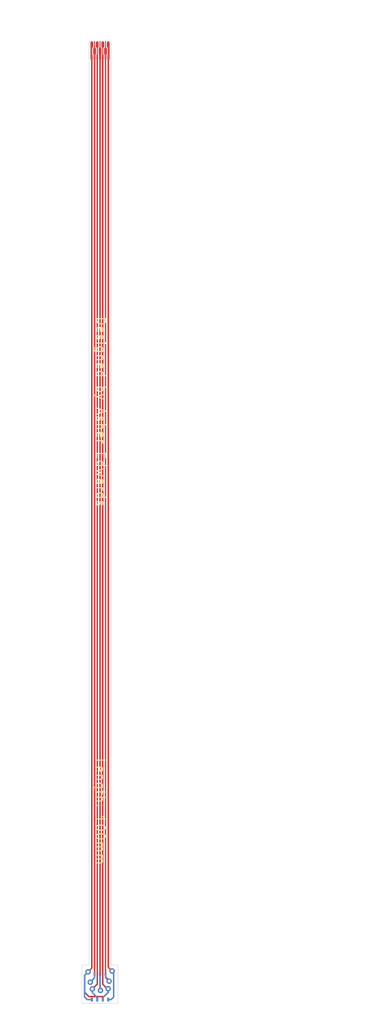
<source format=kicad_pcb>
(kicad_pcb (version 20241229) (generator "pcbnew") (generator_version "9.0")
  (title_block (date "2025-11-16") (rev "V1") (comment 1 "Licensed under CERN-OHL-S v2") (comment 2 "Author: Asher Edwards"))
  (layers (0 "F.Cu" signal) (2 "B.Cu" signal) (13 "F.Paste" user) (15 "B.Paste" user) (5 "F.SilkS" user "F.Silkscreen") (7 "B.SilkS" user "B.Silkscreen") (1 "F.Mask" user) (3 "B.Mask" user) (25 "Edge.Cuts" user))
  (net 0 "")
  (net 1 "GND")
  (net 2 "+3V3")
  (net 3 "/MOSI")
  (net 4 "/MISO")
  (net 5 "/CS")
  (net 6 "/SCK")
  (footprint "custom_testpoints:7pin_fpc_contact_0.3mmptich" (layer "F.Cu") (at 152.8 30.2)
    (property "Reference" "J1" (hide yes))
    (property "Value" "FPC contacts 0.3mm")
    (pad "1" connect custom (at -0.9 -0.1) (size 0.1 2) (layers "F.Cu" "F.Mask") (net 1 "GND") (clearance 0.05) (options (clearance outline) (anchor rect)) (primitives (gr_poly (pts (xy -0.1 0.55) (xy -0.05 0.45) (xy 0.05 0.45) (xy 0.1 0.55) (xy 0.1 1) (xy -0.1 1)) (width 0) (fill yes)) (gr_poly (pts (xy -0.15 -0.35) (xy -0.15 1) (xy -0.05 1) (xy -0.05 -0.25)) (width 0) (fill yes)) (gr_poly (pts (xy -0.15 -0.88) (xy -0.12 -0.89) (xy -0.08 -0.91) (xy -0.06 -0.94) (xy -0.05 -0.97) (xy -0.05 -1) (xy 0.05 -1) (xy 0.05 -0.97) (xy 0.06 -0.94) (xy 0.08 -0.91) (xy 0.12 -0.89) (xy 0.15 -0.88) (xy 0.15 -0.35) (xy 0.05 -0.25) (xy -0.05 -0.25) (xy -0.15 -0.35)) (width 0) (fill yes))))
    (pad "2" connect custom (at -0.6 -0.1) (size 0.1 2) (layers "F.Cu" "F.Mask") (net 3 "/MOSI") (clearance 0.05) (options (clearance outline) (anchor rect)) (primitives (gr_poly (pts (xy -0.1 0.45) (xy 0.1 0.45) (xy 0.1 1) (xy -0.1 1)) (width 0) (fill yes)) (gr_poly (pts (xy -0.15 -0.2) (xy -0.05 -0.3) (xy 0.05 -0.3) (xy 0.15 -0.2) (xy 0.15 0.4) (xy 0.1 0.5) (xy -0.1 0.5) (xy -0.15 0.4)) (width 0) (fill yes))))
    (pad "3" connect custom (at -0.3 -0.1) (size 0.1 2) (layers "F.Cu" "F.Mask") (net 5 "/CS") (clearance 0.05) (options (clearance outline) (anchor rect)) (primitives (gr_poly (pts (xy -0.15 -0.88) (xy -0.12 -0.89) (xy -0.08 -0.91) (xy -0.06 -0.94) (xy -0.05 -0.97) (xy -0.05 -1) (xy 0.05 -1) (xy 0.05 -0.97) (xy 0.06 -0.94) (xy 0.08 -0.91) (xy 0.12 -0.89) (xy 0.15 -0.88) (xy 0.15 -0.35) (xy 0.05 -0.25) (xy -0.05 -0.25) (xy -0.15 -0.35)) (width 0) (fill yes)) (gr_poly (pts (xy -0.1 0.55) (xy -0.05 0.45) (xy 0.05 0.45) (xy 0.1 0.55) (xy 0.1 1) (xy -0.1 1)) (width 0) (fill yes))))
    (pad "4" connect custom (at 0 -0.1) (size 0.1 2) (layers "F.Cu" "F.Mask") (net 4 "/MISO") (clearance 0.05) (options (clearance outline) (anchor rect)) (primitives (gr_poly (pts (xy -0.15 -0.2) (xy -0.05 -0.3) (xy 0.05 -0.3) (xy 0.15 -0.2) (xy 0.15 0.4) (xy 0.1 0.5) (xy -0.1 0.5) (xy -0.15 0.4)) (width 0) (fill yes)) (gr_poly (pts (xy -0.1 0.45) (xy 0.1 0.45) (xy 0.1 1) (xy -0.1 1)) (width 0) (fill yes))))
    (pad "5" connect custom (at 0.3 -0.1) (size 0.1 2) (layers "F.Cu" "F.Mask") (net 1 "GND") (clearance 0.05) (options (clearance outline) (anchor rect)) (primitives (gr_poly (pts (xy -0.15 -0.88) (xy -0.12 -0.89) (xy -0.08 -0.91) (xy -0.06 -0.94) (xy -0.05 -0.97) (xy -0.05 -1) (xy 0.05 -1) (xy 0.05 -0.97) (xy 0.06 -0.94) (xy 0.08 -0.91) (xy 0.12 -0.89) (xy 0.15 -0.88) (xy 0.15 -0.35) (xy 0.05 -0.25) (xy -0.05 -0.25) (xy -0.15 -0.35)) (width 0) (fill yes)) (gr_poly (pts (xy -0.1 0.55) (xy -0.05 0.45) (xy 0.05 0.45) (xy 0.1 0.55) (xy 0.1 1) (xy -0.1 1)) (width 0) (fill yes))))
    (pad "6" connect custom (at 0.6 -0.1) (size 0.1 2) (layers "F.Cu" "F.Mask") (net 6 "/SCK") (clearance 0.05) (options (clearance outline) (anchor rect)) (primitives (gr_poly (pts (xy -0.15 -0.2) (xy -0.05 -0.3) (xy 0.05 -0.3) (xy 0.15 -0.2) (xy 0.15 0.4) (xy 0.1 0.5) (xy -0.1 0.5) (xy -0.15 0.4)) (width 0) (fill yes)) (gr_poly (pts (xy -0.1 0.45) (xy 0.1 0.45) (xy 0.1 1) (xy -0.1 1)) (width 0) (fill yes))))
    (pad "7" connect custom (at 0.9 -0.1) (size 0.1 2) (layers "F.Cu" "F.Mask") (net 2 "+3V3") (clearance 0.05) (options (clearance outline) (anchor rect)) (primitives (gr_poly (pts (xy -0.1 0.55) (xy -0.05 0.45) (xy 0.05 0.45) (xy 0.1 0.55) (xy 0.1 1) (xy -0.1 1)) (width 0) (fill yes)) (gr_poly (pts (xy 0.15 -0.35) (xy 0.15 1) (xy 0.05 1) (xy 0.05 -0.25)) (width 0) (fill yes)) (gr_poly (pts (xy -0.15 -0.88) (xy -0.12 -0.89) (xy -0.08 -0.91) (xy -0.06 -0.94) (xy -0.05 -0.97) (xy -0.05 -1) (xy 0.05 -1) (xy 0.05 -0.97) (xy 0.06 -0.94) (xy 0.08 -0.91) (xy 0.12 -0.89) (xy 0.15 -0.88) (xy 0.15 -0.35) (xy 0.05 -0.25) (xy -0.05 -0.25) (xy -0.15 -0.35)) (width 0) (fill yes))))
  )
  (footprint "custom_Connector:fpc_7pin_0.3mm_connector Aces" (layer "B.Cu") (at 152.8 132.54 180)
    (property "Reference" "J2" (hide yes))
    (property "Value" "FPC 0.3mm Aces 51688-0070M")
    (pad "1" smd rect (at -0.9 -1.29 180) (size 0.23 0.44) (layers "B.Cu" "B.Mask") (net 2 "+3V3"))
    (pad "2" smd rect (at -0.6 1.47 180) (size 0.23 0.34) (layers "B.Cu" "B.Mask") (net 6 "/SCK"))
    (pad "3" smd rect (at -0.3 -1.29 180) (size 0.23 0.44) (layers "B.Cu" "B.Mask") (net 1 "GND"))
    (pad "4" smd rect (at 0 1.47 180) (size 0.23 0.34) (layers "B.Cu" "B.Mask") (net 4 "/MISO"))
    (pad "5" smd rect (at 0.3 -1.29 180) (size 0.23 0.44) (layers "B.Cu" "B.Mask") (net 5 "/CS"))
    (pad "6" smd rect (at 0.6 1.47 180) (size 0.23 0.34) (layers "B.Cu" "B.Mask") (net 3 "/MOSI"))
    (pad "7" smd rect (at 0.9 -1.29 180) (size 0.23 0.44) (layers "B.Cu" "B.Mask") (net 1 "GND"))
  )
  (gr_line (start 154 29.1) (end 151.6 29.1) (stroke (width 0.05)) (layer "Edge.Cuts"))
  (gr_line (start 154.76 130.06) (end 154.76 134.25) (stroke (width 0.05)) (layer "Edge.Cuts"))
  (gr_line (start 154 29.1) (end 154 130.06) (stroke (width 0.05)) (layer "Edge.Cuts"))
  (gr_line (start 154.76 134.25) (end 150.81 134.25) (stroke (width 0.05)) (layer "Edge.Cuts"))
  (gr_line (start 150.81 134.25) (end 150.82 130.06) (stroke (width 0.05)) (layer "Edge.Cuts"))
  (gr_line (start 154 130.06) (end 154.76 130.06) (stroke (width 0.05)) (layer "Edge.Cuts"))
  (gr_line (start 151.6 29.1) (end 151.6 130.06) (stroke (width 0.05)) (layer "Edge.Cuts"))
  (gr_line (start 150.82 130.06) (end 151.6 130.06) (stroke (width 0.05)) (layer "Edge.Cuts"))
  (gr_text "Length: 100mm " (at 152.26 107.36 270) (layer "F.SilkS") (effects (font (size 1 1) (thickness 0.1)) (justify left bottom)))
  (gr_text "Designed by Asher Edwards" (at 152.32 59.13 270) (layer "F.SilkS") (effects (font (size 1 1) (thickness 0.1)) (justify left bottom)))
  (segment (start 151.9 31.120336) (end 151.9 130.39) (width 0.16) (layer "F.Cu") (net 1))
  (segment (start 151.58 133.5) (end 153.21 133.5) (width 0.16) (layer "F.Cu") (net 1))
  (segment (start 153.7 132.65) (end 153.69 132.64) (width 0.16) (layer "F.Cu") (net 1))
  (segment (start 151.12 131.17) (end 151.12 133.04) (width 0.16) (layer "F.Cu") (net 1))
  (segment (start 153.589509 132.64) (end 153.69 132.64) (width 0.16) (layer "F.Cu") (net 1))
  (segment (start 151.49 130.8) (end 151.12 131.17) (width 0.16) (layer "F.Cu") (net 1))
  (segment (start 153.1 132.150491) (end 153.589509 132.64) (width 0.16) (layer "F.Cu") (net 1))
  (segment (start 151.12 133.04) (end 151.58 133.5) (width 0.16) (layer "F.Cu") (net 1))
  (segment (start 153.22 133.51) (end 153.7 133.03) (width 0.16) (layer "F.Cu") (net 1))
  (segment (start 151.9 130.39) (end 151.49 130.8) (width 0.16) (layer "F.Cu") (net 1))
  (segment (start 153.7 133.03) (end 153.7 132.65) (width 0.16) (layer "F.Cu") (net 1))
  (segment (start 153.21 133.5) (end 153.22 133.51) (width 0.16) (layer "F.Cu") (net 1))
  (segment (start 153.1 31.120336) (end 153.1 132.150491) (width 0.16) (layer "F.Cu") (net 1))
  (via (at 151.49 130.8) (size 0.6) (drill 0.3) (layers "F.Cu" "B.Cu") (net 1))
  (via (at 153.69 132.64) (size 0.6) (drill 0.3) (layers "F.Cu" "B.Cu") (net 1))
  (segment (start 151.1 133.54) (end 151.39 133.83) (width 0.16) (layer "B.Cu") (net 1))
  (segment (start 153.1 133.62) (end 153.1 133.83) (width 0.16) (layer "B.Cu") (net 1))
  (segment (start 153.69 132.64) (end 153.69 133.03) (width 0.16) (layer "B.Cu") (net 1))
  (segment (start 151.1 131.19) (end 151.1 133.54) (width 0.16) (layer "B.Cu") (net 1))
  (segment (start 151.39 133.83) (end 151.9 133.83) (width 0.16) (layer "B.Cu") (net 1))
  (segment (start 153.69 133.03) (end 153.1 133.62) (width 0.16) (layer "B.Cu") (net 1))
  (segment (start 151.49 130.8) (end 151.1 131.19) (width 0.16) (layer "B.Cu") (net 1))
  (segment (start 153.7 130.29) (end 154.12 130.71) (width 0.16) (layer "F.Cu") (net 2))
  (segment (start 153.7 31.120336) (end 153.7 130.29) (width 0.16) (layer "F.Cu") (net 2))
  (via (at 154.12 130.71) (size 0.6) (drill 0.3) (layers "F.Cu" "B.Cu") (net 2))
  (segment (start 154.29 133.55) (end 154.01 133.83) (width 0.16) (layer "B.Cu") (net 2))
  (segment (start 154.12 130.71) (end 154.29 130.88) (width 0.16) (layer "B.Cu") (net 2))
  (segment (start 154.29 130.88) (end 154.29 133.55) (width 0.16) (layer "B.Cu") (net 2))
  (segment (start 154.01 133.83) (end 153.7 133.83) (width 0.16) (layer "B.Cu") (net 2))
  (segment (start 152.2 131.46) (end 151.73 131.93) (width 0.16) (layer "F.Cu") (net 3))
  (segment (start 152.2 30.1) (end 152.2 131.46) (width 0.16) (layer "F.Cu") (net 3))
  (via (at 151.73 131.93) (size 0.6) (drill 0.3) (layers "F.Cu" "B.Cu") (net 3))
  (segment (start 151.73 131.93) (end 152.2 131.46) (width 0.16) (layer "B.Cu") (net 3))
  (segment (start 152.2 131.46) (end 152.2 131.07) (width 0.16) (layer "B.Cu") (net 3))
  (segment (start 152.8 132.78) (end 152.85 132.83) (width 0.16) (layer "F.Cu") (net 4))
  (segment (start 152.8 30.1) (end 152.8 132.78) (width 0.16) (layer "F.Cu") (net 4))
  (via (at 152.85 132.83) (size 0.6) (drill 0.3) (layers "F.Cu" "B.Cu") (net 4))
  (segment (start 152.85 132.83) (end 152.8 132.78) (width 0.16) (layer "B.Cu") (net 4))
  (segment (start 152.8 132.78) (end 152.8 131.07) (width 0.16) (layer "B.Cu") (net 4))
  (segment (start 152.5 31.120336) (end 152.5 132.13) (width 0.16) (layer "F.Cu") (net 5))
  (segment (start 152.5 132.13) (end 151.96 132.67) (width 0.16) (layer "F.Cu") (net 5))
  (via (at 151.96 132.67) (size 0.6) (drill 0.3) (layers "F.Cu" "B.Cu") (net 5))
  (segment (start 151.96 133.07) (end 151.96 132.67) (width 0.16) (layer "B.Cu") (net 5))
  (segment (start 152.5 133.83) (end 152.5 133.61) (width 0.16) (layer "B.Cu") (net 5))
  (segment (start 152.5 133.61) (end 151.96 133.07) (width 0.16) (layer "B.Cu") (net 5))
  (segment (start 153.4 131.35) (end 153.79 131.74) (width 0.16) (layer "F.Cu") (net 6))
  (segment (start 153.4058 30.1058) (end 153.4029 30.1029) (width 0.16) (layer "F.Cu") (net 6))
  (segment (start 153.79 131.74) (end 153.79 131.82) (width 0.16) (layer "F.Cu") (net 6))
  (segment (start 153.4 30.104101) (end 153.4 128.822182) (width 0.16) (layer "F.Cu") (net 6))
  (segment (start 153.4 128.822182) (end 153.4 131.35) (width 0.16) (layer "F.Cu") (net 6))
  (via (at 153.79 131.82) (size 0.6) (drill 0.3) (layers "F.Cu" "B.Cu") (net 6))
  (arc (start 153.4029 30.1029) (mid 153.401048 30.102531) (end 153.4 30.104101) (width 0.16) (layer "F.Cu") (net 6))
  (segment (start 153.4 131.07) (end 153.4 131.43) (width 0.16) (layer "B.Cu") (net 6))
  (segment (start 153.4 131.43) (end 153.79 131.82) (width 0.16) (layer "B.Cu") (net 6))
)
</source>
